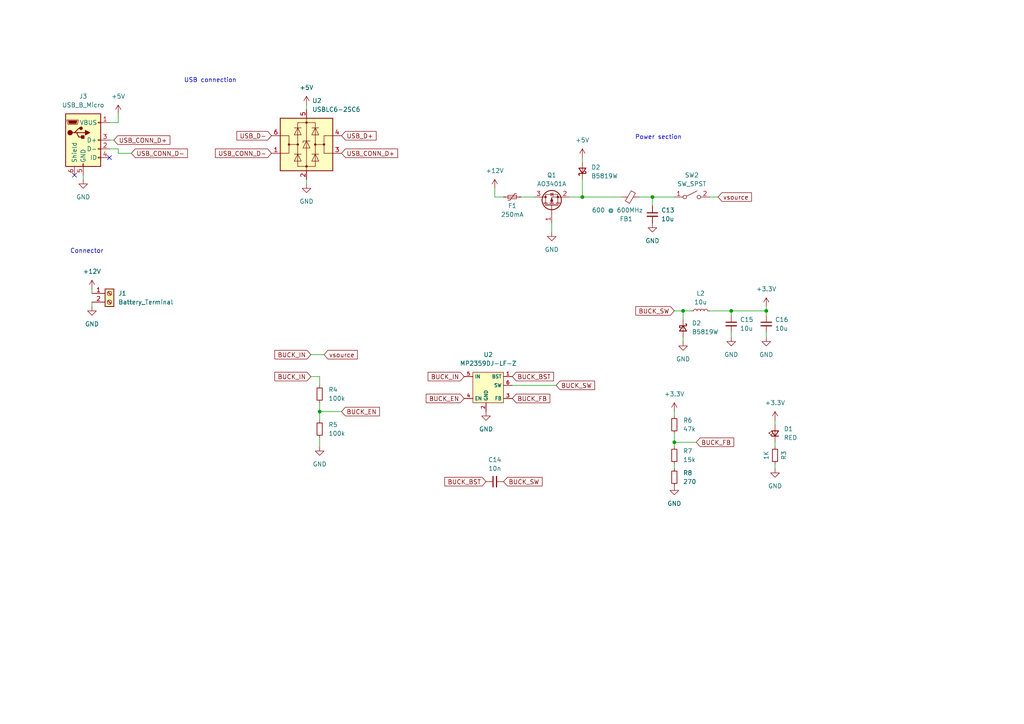
<source format=kicad_sch>
(kicad_sch (version 20230121) (generator eeschema)
  (paper "A4")
  (lib_symbols
    (symbol "Connector:Screw_Terminal_01x02" (pin_names (offset 1.016) hide)
      (property "Reference" "J" (at 0 2.54 0))
      (property "Value" "Screw_Terminal_01x02" (at 0 -5.08 0))
      (symbol "Screw_Terminal_01x02_1_1"
        (rectangle (start -1.27 1.27) (end 1.27 -3.81) (stroke (width 0.254)) (fill (type background)))
        (circle (center 0 -2.54) (radius 0.635) (stroke (width 0.1524)))
        (polyline (pts (xy -0.5334 -2.2098) (xy 0.3302 -3.048)) (stroke (width 0.1524)))
        (polyline (pts (xy -0.5334 0.3302) (xy 0.3302 -0.508)) (stroke (width 0.1524)))
        (polyline (pts (xy -0.3556 -2.032) (xy 0.508 -2.8702)) (stroke (width 0.1524)))
        (polyline (pts (xy -0.3556 0.508) (xy 0.508 -0.3302)) (stroke (width 0.1524)))
        (circle (center 0 0) (radius 0.635) (stroke (width 0.1524)))
        (pin passive line (at -5.08 0 0) (length 3.81) (name "Pin_1") (number "1"))
        (pin passive line (at -5.08 -2.54 0) (length 3.81) (name "Pin_2") (number "2"))
      )
    )
    (symbol "Connector:USB_B_Micro" (pin_names (offset 1.016))
      (property "Reference" "J" (at -5.08 11.43 0))
      (property "Value" "USB_B_Micro" (at -5.08 8.89 0))
      (symbol "USB_B_Micro_0_1"
        (rectangle (start -5.08 -7.62) (end 5.08 7.62) (stroke (width 0.254)) (fill (type background)))
        (circle (center -3.81 2.159) (radius 0.635) (stroke (width 0.254)) (fill (type outline)))
        (circle (center -0.635 3.429) (radius 0.381) (stroke (width 0.254)) (fill (type outline)))
        (rectangle (start -0.127 -7.62) (end 0.127 -6.858))
        (polyline (pts (xy -1.905 2.159) (xy 0.635 2.159)) (stroke (width 0.254)))
        (polyline (pts (xy -3.175 2.159) (xy -2.54 2.159) (xy -1.27 3.429) (xy -0.635 3.429)) (stroke (width 0.254)))
        (polyline (pts (xy -2.54 2.159) (xy -1.905 2.159) (xy -1.27 0.889) (xy 0 0.889)) (stroke (width 0.254)))
        (polyline (pts (xy 0.635 2.794) (xy 0.635 1.524) (xy 1.905 2.159) (xy 0.635 2.794)) (stroke (width 0.254)) (fill (type outline)))
        (polyline (pts (xy -4.318 5.588) (xy -1.778 5.588) (xy -2.032 4.826) (xy -4.064 4.826) (xy -4.318 5.588)) (fill (type outline)))
        (polyline (pts (xy -4.699 5.842) (xy -4.699 5.588) (xy -4.445 4.826) (xy -4.445 4.572) (xy -1.651 4.572) (xy -1.651 4.826) (xy -1.397 5.588) (xy -1.397 5.842) (xy -4.699 5.842)))
        (rectangle (start 0.254 1.27) (end -0.508 0.508) (stroke (width 0.254)) (fill (type outline)))
        (rectangle (start 5.08 -5.207) (end 4.318 -4.953))
        (rectangle (start 5.08 -2.667) (end 4.318 -2.413))
        (rectangle (start 5.08 -0.127) (end 4.318 0.127))
        (rectangle (start 5.08 4.953) (end 4.318 5.207))
      )
      (symbol "USB_B_Micro_1_1"
        (pin power_out line (at 7.62 5.08 180) (length 2.54) (name "VBUS") (number "1"))
        (pin bidirectional line (at 7.62 -2.54 180) (length 2.54) (name "D-") (number "2"))
        (pin bidirectional line (at 7.62 0 180) (length 2.54) (name "D+") (number "3"))
        (pin passive line (at 7.62 -5.08 180) (length 2.54) (name "ID") (number "4"))
        (pin power_out line (at 0 -10.16 90) (length 2.54) (name "GND") (number "5"))
        (pin passive line (at -2.54 -10.16 90) (length 2.54) (name "Shield") (number "6"))
      )
    )
    (symbol "Device:C_Small" (pin_numbers hide) (pin_names (offset 0.254) hide)
      (property "Reference" "C" (at 0.254 1.778 0))
      (property "Value" "C_Small" (at 0.254 -2.032 0))
      (symbol "C_Small_0_1"
        (polyline (pts (xy -1.524 -0.508) (xy 1.524 -0.508)) (stroke (width 0.3302)))
        (polyline (pts (xy -1.524 0.508) (xy 1.524 0.508)) (stroke (width 0.3048)))
      )
      (symbol "C_Small_1_1"
        (pin passive line (at 0 2.54 270) (length 2.032) (name "~") (number "1"))
        (pin passive line (at 0 -2.54 90) (length 2.032) (name "~") (number "2"))
      )
    )
    (symbol "Device:D_Schottky_Small" (pin_numbers hide) (pin_names (offset 0.254) hide)
      (property "Reference" "D" (at -1.27 2.032 0))
      (property "Value" "D_Schottky_Small" (at -7.112 -2.032 0))
      (symbol "D_Schottky_Small_0_1"
        (polyline (pts (xy -0.762 0) (xy 0.762 0)))
        (polyline (pts (xy 0.762 -1.016) (xy -0.762 0) (xy 0.762 1.016) (xy 0.762 -1.016)) (stroke (width 0.254)))
        (polyline (pts (xy -1.27 0.762) (xy -1.27 1.016) (xy -0.762 1.016) (xy -0.762 -1.016) (xy -0.254 -1.016) (xy -0.254 -0.762)) (stroke (width 0.254)))
      )
      (symbol "D_Schottky_Small_1_1"
        (pin passive line (at -2.54 0 0) (length 1.778) (name "K") (number "1"))
        (pin passive line (at 2.54 0 180) (length 1.778) (name "A") (number "2"))
      )
    )
    (symbol "Device:FerriteBead_Small" (pin_numbers hide) (pin_names (offset 0))
      (property "Reference" "FB" (at 1.905 1.27 0))
      (property "Value" "FerriteBead_Small" (at 1.905 -1.27 0))
      (symbol "FerriteBead_Small_0_1"
        (polyline (pts (xy 0 -1.27) (xy 0 -0.7874)))
        (polyline (pts (xy 0 0.889) (xy 0 1.2954)))
        (polyline (pts (xy -1.8288 0.2794) (xy -1.1176 1.4986) (xy 1.8288 -0.2032) (xy 1.1176 -1.4224) (xy -1.8288 0.2794)))
      )
      (symbol "FerriteBead_Small_1_1"
        (pin passive line (at 0 2.54 270) (length 1.27) (name "~") (number "1"))
        (pin passive line (at 0 -2.54 90) (length 1.27) (name "~") (number "2"))
      )
    )
    (symbol "Device:LED_Small" (pin_numbers hide) (pin_names (offset 0.254) hide)
      (property "Reference" "D" (at -1.27 3.175 0))
      (property "Value" "LED_Small" (at -4.445 -2.54 0))
      (symbol "LED_Small_0_1"
        (polyline (pts (xy -0.762 -1.016) (xy -0.762 1.016)) (stroke (width 0.254)))
        (polyline (pts (xy 1.016 0) (xy -0.762 0)))
        (polyline (pts (xy 0.762 -1.016) (xy -0.762 0) (xy 0.762 1.016) (xy 0.762 -1.016)) (stroke (width 0.254)))
        (polyline (pts (xy 0 0.762) (xy -0.508 1.27) (xy -0.254 1.27) (xy -0.508 1.27) (xy -0.508 1.016)))
        (polyline (pts (xy 0.508 1.27) (xy 0 1.778) (xy 0.254 1.778) (xy 0 1.778) (xy 0 1.524)))
      )
      (symbol "LED_Small_1_1"
        (pin passive line (at -2.54 0 0) (length 1.778) (name "K") (number "1"))
        (pin passive line (at 2.54 0 180) (length 1.778) (name "A") (number "2"))
      )
    )
    (symbol "Device:L_Small" (pin_numbers hide) (pin_names (offset 0.254) hide)
      (property "Reference" "L" (at 0.762 1.016 0))
      (property "Value" "L_Small" (at 0.762 -1.016 0))
      (symbol "L_Small_0_1"
        (arc (start 0 -2.032) (mid 0.5058 -1.524) (end 0 -1.016))
        (arc (start 0 -1.016) (mid 0.5058 -0.508) (end 0 0))
        (arc (start 0 0) (mid 0.5058 0.508) (end 0 1.016))
        (arc (start 0 1.016) (mid 0.5058 1.524) (end 0 2.032))
      )
      (symbol "L_Small_1_1"
        (pin passive line (at 0 2.54 270) (length 0.508) (name "~") (number "1"))
        (pin passive line (at 0 -2.54 90) (length 0.508) (name "~") (number "2"))
      )
    )
    (symbol "Device:Polyfuse_Small" (pin_numbers hide) (pin_names (offset 0))
      (property "Reference" "F" (at -1.905 0 90))
      (property "Value" "Polyfuse_Small" (at 1.905 0 90))
      (symbol "Polyfuse_Small_0_1"
        (rectangle (start -0.508 1.27) (end 0.508 -1.27))
        (polyline (pts (xy 0 2.54) (xy 0 -2.54)))
        (polyline (pts (xy -1.016 1.27) (xy -1.016 0.762) (xy 1.016 -0.762) (xy 1.016 -1.27)))
      )
      (symbol "Polyfuse_Small_1_1"
        (pin passive line (at 0 2.54 270) (length 0.635) (name "~") (number "1"))
        (pin passive line (at 0 -2.54 90) (length 0.635) (name "~") (number "2"))
      )
    )
    (symbol "Device:R_Small" (pin_numbers hide) (pin_names (offset 0.254) hide)
      (property "Reference" "R" (at 0.762 0.508 0))
      (property "Value" "R_Small" (at 0.762 -1.016 0))
      (symbol "R_Small_0_1"
        (rectangle (start -0.762 1.778) (end 0.762 -1.778) (stroke (width 0.2032)))
      )
      (symbol "R_Small_1_1"
        (pin passive line (at 0 2.54 270) (length 0.762) (name "~") (number "1"))
        (pin passive line (at 0 -2.54 90) (length 0.762) (name "~") (number "2"))
      )
    )
    (symbol "Power_Protection:USBLC6-2SC6" (pin_names hide)
      (property "Reference" "U" (at 2.54 8.89 0))
      (property "Value" "USBLC6-2SC6" (at 2.54 -8.89 0))
      (symbol "USBLC6-2SC6_0_1"
        (rectangle (start -7.62 -7.62) (end 7.62 7.62) (stroke (width 0.254)) (fill (type background)))
        (circle (center -5.08 0) (radius 0.254) (fill (type outline)))
        (circle (center -2.54 0) (radius 0.254) (fill (type outline)))
        (rectangle (start -2.54 6.35) (end 2.54 -6.35))
        (circle (center 0 -6.35) (radius 0.254) (fill (type outline)))
        (polyline (pts (xy -5.08 -2.54) (xy -7.62 -2.54)))
        (polyline (pts (xy -5.08 0) (xy -5.08 -2.54)))
        (polyline (pts (xy -5.08 2.54) (xy -7.62 2.54)))
        (polyline (pts (xy -1.524 -2.794) (xy -3.556 -2.794)))
        (polyline (pts (xy -1.524 4.826) (xy -3.556 4.826)))
        (polyline (pts (xy 0 -7.62) (xy 0 -6.35)))
        (polyline (pts (xy 0 -6.35) (xy 0 1.27)))
        (polyline (pts (xy 0 1.27) (xy 0 6.35)))
        (polyline (pts (xy 0 6.35) (xy 0 7.62)))
        (polyline (pts (xy 1.524 -2.794) (xy 3.556 -2.794)))
        (polyline (pts (xy 1.524 4.826) (xy 3.556 4.826)))
        (polyline (pts (xy 5.08 -2.54) (xy 7.62 -2.54)))
        (polyline (pts (xy 5.08 0) (xy 5.08 -2.54)))
        (polyline (pts (xy 5.08 2.54) (xy 7.62 2.54)))
        (polyline (pts (xy -2.54 0) (xy -5.08 0) (xy -5.08 2.54)))
        (polyline (pts (xy 2.54 0) (xy 5.08 0) (xy 5.08 2.54)))
        (polyline (pts (xy -3.556 -4.826) (xy -1.524 -4.826) (xy -2.54 -2.794) (xy -3.556 -4.826)))
        (polyline (pts (xy -3.556 2.794) (xy -1.524 2.794) (xy -2.54 4.826) (xy -3.556 2.794)))
        (polyline (pts (xy -1.016 -1.016) (xy 1.016 -1.016) (xy 0 1.016) (xy -1.016 -1.016)))
        (polyline (pts (xy 1.016 1.016) (xy 0.762 1.016) (xy -1.016 1.016) (xy -1.016 0.508)))
        (polyline (pts (xy 3.556 -4.826) (xy 1.524 -4.826) (xy 2.54 -2.794) (xy 3.556 -4.826)))
        (polyline (pts (xy 3.556 2.794) (xy 1.524 2.794) (xy 2.54 4.826) (xy 3.556 2.794)))
        (circle (center 0 6.35) (radius 0.254) (fill (type outline)))
        (circle (center 2.54 0) (radius 0.254) (fill (type outline)))
        (circle (center 5.08 0) (radius 0.254) (fill (type outline)))
      )
      (symbol "USBLC6-2SC6_1_1"
        (pin passive line (at -10.16 -2.54 0) (length 2.54) (name "I/O1") (number "1"))
        (pin passive line (at 0 -10.16 90) (length 2.54) (name "GND") (number "2"))
        (pin passive line (at 10.16 -2.54 180) (length 2.54) (name "I/O2") (number "3"))
        (pin passive line (at 10.16 2.54 180) (length 2.54) (name "I/O2") (number "4"))
        (pin passive line (at 0 10.16 270) (length 2.54) (name "VBUS") (number "5"))
        (pin passive line (at -10.16 2.54 0) (length 2.54) (name "I/O1") (number "6"))
      )
    )
    (symbol "Switch:SW_SPST" (pin_names (offset 0) hide)
      (property "Reference" "SW" (at 0 3.175 0))
      (property "Value" "SW_SPST" (at 0 -2.54 0))
      (symbol "SW_SPST_0_0"
        (circle (center -2.032 0) (radius 0.508))
        (polyline (pts (xy -1.524 0.254) (xy 1.524 1.778)))
        (circle (center 2.032 0) (radius 0.508))
      )
      (symbol "SW_SPST_1_1"
        (pin passive line (at -5.08 0 0) (length 2.54) (name "A") (number "1"))
        (pin passive line (at 5.08 0 180) (length 2.54) (name "B") (number "2"))
      )
    )
    (symbol "Transistor_FET:AO3401A" (pin_names hide)
      (property "Reference" "Q" (at 5.08 1.905 0))
      (property "Value" "AO3401A" (at 5.08 0 0))
      (symbol "AO3401A_0_1"
        (polyline (pts (xy 0.254 0) (xy -2.54 0)))
        (polyline (pts (xy 0.254 1.905) (xy 0.254 -1.905)) (stroke (width 0.254)))
        (polyline (pts (xy 0.762 -1.27) (xy 0.762 -2.286)) (stroke (width 0.254)))
        (polyline (pts (xy 0.762 0.508) (xy 0.762 -0.508)) (stroke (width 0.254)))
        (polyline (pts (xy 0.762 2.286) (xy 0.762 1.27)) (stroke (width 0.254)))
        (polyline (pts (xy 2.54 2.54) (xy 2.54 1.778)))
        (polyline (pts (xy 2.54 -2.54) (xy 2.54 0) (xy 0.762 0)))
        (polyline (pts (xy 0.762 1.778) (xy 3.302 1.778) (xy 3.302 -1.778) (xy 0.762 -1.778)))
        (polyline (pts (xy 2.286 0) (xy 1.27 0.381) (xy 1.27 -0.381) (xy 2.286 0)) (fill (type outline)))
        (polyline (pts (xy 2.794 -0.508) (xy 2.921 -0.381) (xy 3.683 -0.381) (xy 3.81 -0.254)))
        (polyline (pts (xy 3.302 -0.381) (xy 2.921 0.254) (xy 3.683 0.254) (xy 3.302 -0.381)))
        (circle (center 1.651 0) (radius 2.794) (stroke (width 0.254)))
        (circle (center 2.54 -1.778) (radius 0.254) (fill (type outline)))
        (circle (center 2.54 1.778) (radius 0.254) (fill (type outline)))
      )
      (symbol "AO3401A_1_1"
        (pin input line (at -5.08 0 0) (length 2.54) (name "G") (number "1"))
        (pin passive line (at 2.54 -5.08 90) (length 2.54) (name "S") (number "2"))
        (pin passive line (at 2.54 5.08 270) (length 2.54) (name "D") (number "3"))
      )
    )
    (symbol "custom_regulator:MP2359"
      (property "Reference" "U" (at 0 5.08 0))
      (property "Value" "MP2359DJ-LF-Z" (at 0 7.62 0))
      (symbol "MP2359_1_1"
        (rectangle (start -3.81 2.54) (end 5.08 -6.35) (fill (type background)))
        (pin bidirectional line (at 7.62 1.27 180) (length 2.54) (name "BST") (number "1"))
        (pin bidirectional line (at 0 -8.89 90) (length 2.54) (name "GND") (number "2"))
        (pin bidirectional line (at 7.62 -5.08 180) (length 2.54) (name "FB") (number "3"))
        (pin bidirectional line (at -6.35 -5.08 0) (length 2.54) (name "EN") (number "4"))
        (pin bidirectional line (at -6.35 1.27 0) (length 2.54) (name "IN") (number "5"))
        (pin bidirectional line (at 7.62 -1.27 180) (length 2.54) (name "SW") (number "6"))
      )
    )
    (symbol "power:+12V" (power) (pin_names (offset 0))
      (property "Value" "+12V" (at 0 3.556 0))
      (symbol "+12V_0_1"
        (polyline (pts (xy -0.762 1.27) (xy 0 2.54)))
        (polyline (pts (xy 0 0) (xy 0 2.54)))
        (polyline (pts (xy 0 2.54) (xy 0.762 1.27)))
      )
      (symbol "+12V_1_1"
        (pin power_in line (at 0 0 90) (length 0) hide (name "+12V") (number "1"))
      )
    )
    (symbol "power:+3.3V" (power) (pin_names (offset 0))
      (property "Value" "+3.3V" (at 0 3.556 0))
      (symbol "+3.3V_0_1"
        (polyline (pts (xy -0.762 1.27) (xy 0 2.54)))
        (polyline (pts (xy 0 0) (xy 0 2.54)))
        (polyline (pts (xy 0 2.54) (xy 0.762 1.27)))
      )
      (symbol "+3.3V_1_1"
        (pin power_in line (at 0 0 90) (length 0) hide (name "+3.3V") (number "1"))
      )
    )
    (symbol "power:+5V" (power) (pin_names (offset 0))
      (property "Value" "+5V" (at 0 3.556 0))
      (symbol "+5V_0_1"
        (polyline (pts (xy -0.762 1.27) (xy 0 2.54)))
        (polyline (pts (xy 0 0) (xy 0 2.54)))
        (polyline (pts (xy 0 2.54) (xy 0.762 1.27)))
      )
      (symbol "+5V_1_1"
        (pin power_in line (at 0 0 90) (length 0) hide (name "+5V") (number "1"))
      )
    )
    (symbol "power:GND" (power) (pin_names (offset 0))
      (property "Value" "GND" (at 0 -3.81 0))
      (symbol "GND_0_1"
        (polyline (pts (xy 0 0) (xy 0 -1.27) (xy 1.27 -1.27) (xy 0 -2.54) (xy -1.27 -1.27) (xy 0 -1.27)))
      )
      (symbol "GND_1_1"
        (pin power_in line (at 0 0 270) (length 0) hide (name "GND") (number "1"))
      )
    )
  )
  (junction (at 222.25 90.17))
  (junction (at 92.71 119.38))
  (junction (at 212.09 90.17))
  (junction (at 189.23 57.15))
  (junction (at 195.58 128.27))
  (junction (at 168.91 57.15))
  (junction (at 198.12 90.17))
  (no_connect (at 31.75 45.72))
  (no_connect (at 21.59 50.8))
  (wire (pts (xy 24.13 50.8) (xy 24.13 52.07)))
  (wire (pts (xy 224.79 121.92) (xy 224.79 123.19)))
  (wire (pts (xy 148.59 111.76) (xy 161.29 111.76)))
  (wire (pts (xy 224.79 134.62) (xy 224.79 135.89)))
  (wire (pts (xy 195.58 128.27) (xy 201.93 128.27)))
  (wire (pts (xy 92.71 109.22) (xy 90.17 109.22)))
  (wire (pts (xy 92.71 119.38) (xy 99.06 119.38)))
  (wire (pts (xy 212.09 90.17) (xy 222.25 90.17)))
  (wire (pts (xy 34.29 35.56) (xy 31.75 35.56)))
  (wire (pts (xy 198.12 90.17) (xy 200.66 90.17)))
  (wire (pts (xy 189.23 57.15) (xy 189.23 59.69)))
  (wire (pts (xy 92.71 116.84) (xy 92.71 119.38)))
  (wire (pts (xy 26.67 87.63) (xy 26.67 88.9)))
  (wire (pts (xy 222.25 90.17) (xy 222.25 91.44)))
  (wire (pts (xy 205.74 90.17) (xy 212.09 90.17)))
  (wire (pts (xy 195.58 119.38) (xy 195.58 120.65)))
  (wire (pts (xy 92.71 127) (xy 92.71 129.54)))
  (wire (pts (xy 185.42 57.15) (xy 189.23 57.15)))
  (wire (pts (xy 168.91 57.15) (xy 180.34 57.15)))
  (wire (pts (xy 168.91 45.72) (xy 168.91 46.99)))
  (wire (pts (xy 222.25 88.9) (xy 222.25 90.17)))
  (wire (pts (xy 212.09 90.17) (xy 212.09 91.44)))
  (wire (pts (xy 160.02 64.77) (xy 160.02 67.31)))
  (wire (pts (xy 195.58 128.27) (xy 195.58 129.54)))
  (wire (pts (xy 151.13 57.15) (xy 154.94 57.15)))
  (wire (pts (xy 195.58 134.62) (xy 195.58 135.89)))
  (wire (pts (xy 143.51 54.61) (xy 143.51 57.15)))
  (wire (pts (xy 143.51 57.15) (xy 146.05 57.15)))
  (wire (pts (xy 195.58 125.73) (xy 195.58 128.27)))
  (wire (pts (xy 189.23 57.15) (xy 195.58 57.15)))
  (wire (pts (xy 224.79 128.27) (xy 224.79 129.54)))
  (wire (pts (xy 88.9 30.48) (xy 88.9 31.75)))
  (wire (pts (xy 88.9 52.07) (xy 88.9 53.34)))
  (wire (pts (xy 92.71 119.38) (xy 92.71 121.92)))
  (wire (pts (xy 165.1 57.15) (xy 168.91 57.15)))
  (wire (pts (xy 168.91 52.07) (xy 168.91 57.15)))
  (wire (pts (xy 34.29 44.45) (xy 38.1 44.45)))
  (wire (pts (xy 198.12 97.79) (xy 198.12 99.06)))
  (wire (pts (xy 26.67 83.82) (xy 26.67 85.09)))
  (wire (pts (xy 205.74 57.15) (xy 208.28 57.15)))
  (wire (pts (xy 92.71 111.76) (xy 92.71 109.22)))
  (wire (pts (xy 34.29 43.18) (xy 34.29 44.45)))
  (wire (pts (xy 198.12 92.71) (xy 198.12 90.17)))
  (wire (pts (xy 212.09 96.52) (xy 212.09 97.79)))
  (wire (pts (xy 93.98 102.87) (xy 90.17 102.87)))
  (wire (pts (xy 222.25 96.52) (xy 222.25 97.79)))
  (wire (pts (xy 31.75 43.18) (xy 34.29 43.18)))
  (wire (pts (xy 34.29 33.02) (xy 34.29 35.56)))
  (wire (pts (xy 198.12 90.17) (xy 195.58 90.17)))
  (wire (pts (xy 31.75 40.64) (xy 33.02 40.64)))
  (text "Power section" (at 184.15 40.64 0) (effects (font (size 1.27 1.27)) (justify left bottom)))
  (text "Connector" (at 20.32 73.66 0) (effects (font (size 1.27 1.27)) (justify left bottom)))
  (text "USB connection" (at 53.34 24.13 0) (effects (font (size 1.27 1.27)) (justify left bottom)))
  (global_label "BUCK_IN" (shape input) (at 90.17 102.87 180) (property "Intersheetrefs" "${INTERSHEET_REFS}" (effects hide)))
  (global_label "USB_CONN_D-" (shape input) (at 38.1 44.45 0) (property "Intersheetrefs" "${INTERSHEET_REFS}" (effects hide)))
  (global_label "BUCK_EN" (shape input) (at 134.62 115.57 180) (property "Intersheetrefs" "${INTERSHEET_REFS}" (effects hide)))
  (global_label "BUCK_FB" (shape input) (at 148.59 115.57 0) (property "Intersheetrefs" "${INTERSHEET_REFS}" (effects hide)))
  (global_label "vsource" (shape input) (at 208.28 57.15 0) (property "Intersheetrefs" "${INTERSHEET_REFS}" (effects hide)))
  (global_label "USB_D-" (shape input) (at 78.74 39.37 180) (property "Intersheetrefs" "${INTERSHEET_REFS}" (effects hide)))
  (global_label "BUCK_BST" (shape input) (at 140.97 139.7 180) (property "Intersheetrefs" "${INTERSHEET_REFS}" (effects hide)))
  (global_label "USB_CONN_D-" (shape input) (at 78.74 44.45 180) (property "Intersheetrefs" "${INTERSHEET_REFS}" (effects hide)))
  (global_label "BUCK_SW" (shape input) (at 161.29 111.76 0) (property "Intersheetrefs" "${INTERSHEET_REFS}" (effects hide)))
  (global_label "BUCK_EN" (shape input) (at 99.06 119.38 0) (property "Intersheetrefs" "${INTERSHEET_REFS}" (effects hide)))
  (global_label "BUCK_FB" (shape input) (at 201.93 128.27 0) (property "Intersheetrefs" "${INTERSHEET_REFS}" (effects hide)))
  (global_label "BUCK_IN" (shape input) (at 90.17 109.22 180) (property "Intersheetrefs" "${INTERSHEET_REFS}" (effects hide)))
  (global_label "USB_CONN_D+" (shape input) (at 99.06 44.45 0) (property "Intersheetrefs" "${INTERSHEET_REFS}" (effects hide)))
  (global_label "BUCK_IN" (shape input) (at 134.62 109.22 180) (property "Intersheetrefs" "${INTERSHEET_REFS}" (effects hide)))
  (global_label "BUCK_SW" (shape input) (at 146.05 139.7 0) (property "Intersheetrefs" "${INTERSHEET_REFS}" (effects hide)))
  (global_label "USB_CONN_D+" (shape input) (at 33.02 40.64 0) (property "Intersheetrefs" "${INTERSHEET_REFS}" (effects hide)))
  (global_label "BUCK_SW" (shape input) (at 195.58 90.17 180) (property "Intersheetrefs" "${INTERSHEET_REFS}" (effects hide)))
  (global_label "USB_D+" (shape input) (at 99.06 39.37 0) (property "Intersheetrefs" "${INTERSHEET_REFS}" (effects hide)))
  (global_label "vsource" (shape input) (at 93.98 102.87 0) (property "Intersheetrefs" "${INTERSHEET_REFS}" (effects hide)))
  (global_label "BUCK_BST" (shape input) (at 148.59 109.22 0) (property "Intersheetrefs" "${INTERSHEET_REFS}" (effects hide)))
  (symbol (lib_id "power:+3.3V") (at 195.58 119.38 0) (unit 1)
    (property "Reference" "#PWR025" (effects hide))
    (property "Value" "+3.3V" (at 195.58 114.3 0))
    (instances (project "skna_project" (path "" (reference "#PWR025") (unit 1)) (path "" (reference "#PWR031") (unit 1))))
  )
  (symbol (lib_id "power:GND") (at 189.23 64.77 0) (unit 1)
    (property "Reference" "#PWR018" (effects hide))
    (property "Value" "GND" (at 189.23 69.85 0))
    (instances (project "skna_project" (path "" (reference "#PWR018") (unit 1)) (path "" (reference "#PWR036") (unit 1))))
  )
  (symbol (lib_id "power:GND") (at 195.58 140.97 0) (unit 1)
    (property "Reference" "#PWR024" (effects hide))
    (property "Value" "GND" (at 195.58 146.05 0))
    (instances (project "skna_project" (path "" (reference "#PWR024") (unit 1)) (path "" (reference "#PWR032") (unit 1))))
  )
  (symbol (lib_id "power:GND") (at 198.12 99.06 0) (unit 1)
    (property "Reference" "#PWR020" (effects hide))
    (property "Value" "GND" (at 198.12 104.14 0))
    (instances (project "skna_project" (path "" (reference "#PWR020") (unit 1)) (path "" (reference "#PWR026") (unit 1))))
  )
  (symbol (lib_id "Device:D_Schottky_Small") (at 198.12 95.25 270) (unit 1)
    (property "Reference" "D2" (at 200.66 93.726 90) (effects (justify left)))
    (property "Value" "B5819W" (at 200.66 96.266 90) (effects (justify left)))
    (instances (project "skna_project" (path "" (reference "D2") (unit 1)) (path "" (reference "D3") (unit 1))))
  )
  (symbol (lib_id "power:GND") (at 222.25 97.79 0) (unit 1)
    (property "Reference" "#PWR022" (effects hide))
    (property "Value" "GND" (at 222.25 102.87 0))
    (instances (project "skna_project" (path "" (reference "#PWR022") (unit 1)) (path "" (reference "#PWR029") (unit 1))))
  )
  (symbol (lib_id "Device:R_Small") (at 92.71 114.3 0) (unit 1)
    (property "Reference" "R4" (at 95.25 113.03 0) (effects (justify left)))
    (property "Value" "100k" (at 95.25 115.57 0) (effects (justify left)))
    (instances (project "skna_project" (path "" (reference "R4") (unit 1)) (path "" (reference "R9") (unit 1))))
  )
  (symbol (lib_id "Device:C_Small") (at 143.51 139.7 90) (unit 1)
    (property "Reference" "C14" (at 143.5163 133.35 90))
    (property "Value" "10n" (at 143.5163 135.89 90))
    (instances (project "skna_project" (path "" (reference "C14") (unit 1)) (path "" (reference "C20") (unit 1))))
  )
  (symbol (lib_id "power:GND") (at 224.79 135.89 0) (unit 1)
    (property "Reference" "#PWR014" (effects hide))
    (property "Value" "GND" (at 224.79 140.97 0))
    (instances (project "skna_project" (path "" (reference "#PWR014") (unit 1)) (path "" (reference "#PWR037") (unit 1))))
  )
  (symbol (lib_id "power:GND") (at 212.09 97.79 0) (unit 1)
    (property "Reference" "#PWR021" (effects hide))
    (property "Value" "GND" (at 212.09 102.87 0))
    (instances (project "skna_project" (path "" (reference "#PWR021") (unit 1)) (path "" (reference "#PWR027") (unit 1))))
  )
  (symbol (lib_id "Device:LED_Small") (at 224.79 125.73 90) (unit 1)
    (property "Reference" "D1" (at 227.33 124.3965 90) (effects (justify right)))
    (property "Value" "RED" (at 227.33 126.9365 90) (effects (justify right)))
    (instances (project "skna_project" (path "" (reference "D1") (unit 1)) (path "" (reference "D4") (unit 1))))
  )
  (symbol (lib_id "Device:C_Small") (at 222.25 93.98 0) (unit 1)
    (property "Reference" "C16" (at 224.79 92.7163 0) (effects (justify left)))
    (property "Value" "10u" (at 224.79 95.2563 0) (effects (justify left)))
    (instances (project "skna_project" (path "" (reference "C16") (unit 1)) (path "" (reference "C18") (unit 1))))
  )
  (symbol (lib_id "power:+12V") (at 26.67 83.82 0) (unit 1)
    (property "Reference" "#PWR015" (effects hide))
    (property "Value" "+12V" (at 26.67 78.74 0))
  )
  (symbol (lib_id "Device:R_Small") (at 195.58 132.08 0) (unit 1)
    (property "Reference" "R7" (at 198.12 130.81 0) (effects (justify left)))
    (property "Value" "15k" (at 198.12 133.35 0) (effects (justify left)))
    (instances (project "skna_project" (path "" (reference "R7") (unit 1)) (path "" (reference "R12") (unit 1))))
  )
  (symbol (lib_id "power:+3.3V") (at 224.79 121.92 0) (unit 1)
    (property "Reference" "#PWR025" (effects hide))
    (property "Value" "+3.3V" (at 224.79 116.84 0))
    (instances (project "skna_project" (path "" (reference "#PWR025") (unit 1)) (path "" (reference "#PWR038") (unit 1))))
  )
  (symbol (lib_id "Device:L_Small") (at 203.2 90.17 90) (unit 1)
    (property "Reference" "L2" (at 203.2 85.09 90))
    (property "Value" "10u" (at 203.2 87.63 90))
    (instances (project "skna_project" (path "" (reference "L2") (unit 1)) (path "" (reference "L3") (unit 1))))
  )
  (symbol (lib_id "Device:R_Small") (at 224.79 132.08 0) (unit 1)
    (property "Reference" "R3" (at 227.33 132.08 90))
    (property "Value" "1K" (at 222.25 132.08 90))
    (instances (project "skna_project" (path "" (reference "R3") (unit 1)) (path "" (reference "R6") (unit 1))))
  )
  (symbol (lib_id "Device:R_Small") (at 195.58 138.43 0) (unit 1)
    (property "Reference" "R8" (at 198.12 137.16 0) (effects (justify left)))
    (property "Value" "270" (at 198.12 139.7 0) (effects (justify left)))
    (instances (project "skna_project" (path "" (reference "R8") (unit 1)) (path "" (reference "R13") (unit 1))))
  )
  (symbol (lib_id "Switch:SW_SPST") (at 200.66 57.15 0) (unit 1)
    (property "Reference" "SW2" (at 200.66 50.8 0))
    (property "Value" "SW_SPST" (at 200.66 53.34 0))
  )
  (symbol (lib_id "Device:R_Small") (at 195.58 123.19 0) (unit 1)
    (property "Reference" "R6" (at 198.12 121.92 0) (effects (justify left)))
    (property "Value" "47k" (at 198.12 124.46 0) (effects (justify left)))
    (instances (project "skna_project" (path "" (reference "R6") (unit 1)) (path "" (reference "R11") (unit 1))))
  )
  (symbol (lib_id "power:+5V") (at 34.29 33.02 0) (unit 1)
    (property "Reference" "#PWR023" (effects hide))
    (property "Value" "+5V" (at 34.29 27.94 0))
  )
  (symbol (lib_id "Connector:USB_B_Micro") (at 24.13 40.64 0) (unit 1)
    (property "Reference" "J3" (at 24.13 27.94 0))
    (property "Value" "USB_B_Micro" (at 24.13 30.48 0))
  )
  (symbol (lib_id "power:GND") (at 88.9 53.34 0) (unit 1)
    (property "Reference" "#PWR025" (effects hide))
    (property "Value" "GND" (at 88.9 58.42 0))
  )
  (symbol (lib_id "Power_Protection:USBLC6-2SC6") (at 88.9 41.91 0) (unit 1)
    (property "Reference" "U2" (at 90.5511 29.21 0) (effects (justify left)))
    (property "Value" "USBLC6-2SC6" (at 90.5511 31.75 0) (effects (justify left)))
    (property "Footprint" "Package_TO_SOT_SMD:SOT-23-6" (effects hide))
    (property "Datasheet" "https://www.st.com/resource/en/datasheet/usblc6-2.pdf" (effects hide))
  )
  (symbol (lib_id "Device:FerriteBead_Small") (at 182.88 57.15 90) (unit 1)
    (property "Reference" "FB1" (at 181.61 63.5 90))
    (property "Value" "600 @ 600MHz" (at 179.07 60.96 90))
    (instances (project "skna_project" (path "" (reference "FB1") (unit 1)) (path "" (reference "FB2") (unit 1))))
  )
  (symbol (lib_id "power:+3.3V") (at 222.25 88.9 0) (unit 1)
    (property "Reference" "#PWR023" (effects hide))
    (property "Value" "+3.3V" (at 222.25 83.82 0))
    (instances (project "skna_project" (path "" (reference "#PWR023") (unit 1)) (path "" (reference "#PWR028") (unit 1))))
  )
  (symbol (lib_id "Connector:Screw_Terminal_01x02") (at 31.75 85.09 0) (unit 1)
    (property "Reference" "J1" (at 34.29 85.09 0) (effects (justify left)))
    (property "Value" "Battery_Terminal" (at 34.29 87.63 0) (effects (justify left)))
  )
  (symbol (lib_id "power:+12V") (at 143.51 54.61 0) (unit 1)
    (property "Reference" "#PWR016" (effects hide))
    (property "Value" "+12V" (at 143.51 49.53 0))
    (instances (project "skna_project" (path "" (reference "#PWR016") (unit 1)) (path "" (reference "#PWR033") (unit 1))))
  )
  (symbol (lib_id "Device:C_Small") (at 212.09 93.98 0) (unit 1)
    (property "Reference" "C15" (at 214.63 92.7163 0) (effects (justify left)))
    (property "Value" "10u" (at 214.63 95.2563 0) (effects (justify left)))
    (instances (project "skna_project" (path "" (reference "C15") (unit 1)) (path "" (reference "C17") (unit 1))))
  )
  (symbol (lib_id "Device:D_Schottky_Small") (at 168.91 49.53 90) (unit 1)
    (property "Reference" "D2" (at 171.45 48.514 90) (effects (justify right)))
    (property "Value" "B5819W" (at 171.45 51.054 90) (effects (justify right)))
  )
  (symbol (lib_id "power:GND") (at 92.71 129.54 0) (unit 1)
    (property "Reference" "#PWR019" (effects hide))
    (property "Value" "GND" (at 92.71 134.62 0))
    (instances (project "skna_project" (path "" (reference "#PWR019") (unit 1)) (path "" (reference "#PWR030") (unit 1))))
  )
  (symbol (lib_id "power:+5V") (at 168.91 45.72 0) (unit 1)
    (property "Reference" "#PWR022" (effects hide))
    (property "Value" "+5V" (at 168.91 40.64 0))
  )
  (symbol (lib_id "power:GND") (at 26.67 88.9 0) (unit 1)
    (property "Reference" "#PWR016" (effects hide))
    (property "Value" "GND" (at 26.67 93.98 0))
  )
  (symbol (lib_id "Transistor_FET:AO3401A") (at 160.02 59.69 90) (unit 1)
    (property "Reference" "Q1" (at 160.02 50.8 90))
    (property "Value" "AO3401A" (at 160.02 53.34 90))
    (property "Footprint" "Package_TO_SOT_SMD:SOT-23" (effects hide))
    (property "Datasheet" "http://www.aosmd.com/pdfs/datasheet/AO3401A.pdf" (effects hide))
    (instances (project "skna_project" (path "" (reference "Q1") (unit 1)) (path "" (reference "Q2") (unit 1))))
  )
  (symbol (lib_id "Device:C_Small") (at 189.23 62.23 0) (unit 1)
    (property "Reference" "C13" (at 191.77 60.9663 0) (effects (justify left)))
    (property "Value" "10u" (at 191.77 63.5063 0) (effects (justify left)))
    (instances (project "skna_project" (path "" (reference "C13") (unit 1)) (path "" (reference "C19") (unit 1))))
  )
  (symbol (lib_id "power:+5V") (at 88.9 30.48 0) (unit 1)
    (property "Reference" "#PWR024" (effects hide))
    (property "Value" "+5V" (at 88.9 25.4 0))
  )
  (symbol (lib_id "custom_regulator:MP2359") (at 140.97 110.49 0) (unit 1)
    (property "Reference" "U2" (at 141.605 102.87 0))
    (property "Value" "MP2359DJ-LF-Z" (at 141.605 105.41 0))
    (property "Footprint" "custom_components:TSOT23-6" (effects hide))
    (instances (project "skna_project" (path "" (reference "U2") (unit 1)) (path "" (reference "U3") (unit 1))))
  )
  (symbol (lib_id "power:GND") (at 24.13 52.07 0) (unit 1)
    (property "Reference" "#PWR021" (effects hide))
    (property "Value" "GND" (at 24.13 57.15 0))
  )
  (symbol (lib_id "power:GND") (at 160.02 67.31 0) (unit 1)
    (property "Reference" "#PWR017" (effects hide))
    (property "Value" "GND" (at 160.02 72.39 0))
    (instances (project "skna_project" (path "" (reference "#PWR017") (unit 1)) (path "" (reference "#PWR034") (unit 1))))
  )
  (symbol (lib_id "Device:R_Small") (at 92.71 124.46 0) (unit 1)
    (property "Reference" "R5" (at 95.25 123.19 0) (effects (justify left)))
    (property "Value" "100k" (at 95.25 125.73 0) (effects (justify left)))
    (instances (project "skna_project" (path "" (reference "R5") (unit 1)) (path "" (reference "R10") (unit 1))))
  )
  (symbol (lib_id "power:GND") (at 140.97 119.38 0) (unit 1)
    (property "Reference" "#PWR015" (effects hide))
    (property "Value" "GND" (at 140.97 124.46 0))
    (instances (project "skna_project" (path "" (reference "#PWR015") (unit 1)) (path "" (reference "#PWR035") (unit 1))))
  )
  (symbol (lib_id "Device:Polyfuse_Small") (at 148.59 57.15 270) (unit 1)
    (property "Reference" "F1" (at 148.59 59.69 90))
    (property "Value" "250mA" (at 148.59 62.23 90))
    (instances (project "skna_project" (path "" (reference "F1") (unit 1)) (path "" (reference "F2") (unit 1))))
  )
)
</source>
